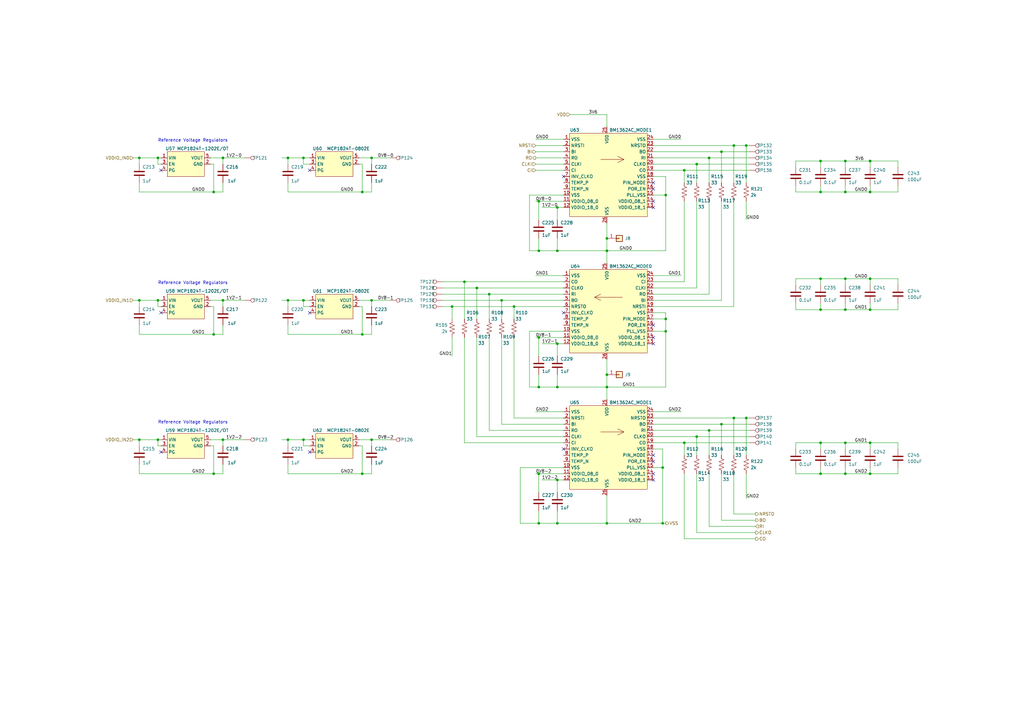
<source format=kicad_sch>
(kicad_sch (version 20231120) (generator "eeschema") (generator_version "8.0")
  (paper "A3")
  (title_block (date "2024-11-25") (rev "2"))
  (junction (at 57.15 180.34) (diameter 0.9144))
  (junction (at 220.98 194.31))
  (junction (at 220.98 82.55))
  (junction (at 280.67 181.61))
  (junction (at 118.11 123.19) (diameter 0.9144))
  (junction (at 346.71 66.04) (diameter 0.9144))
  (junction (at 228.6 85.09))
  (junction (at 346.71 114.3) (diameter 0.9144))
  (junction (at 273.05 130.81))
  (junction (at 118.11 180.34) (diameter 0.9144))
  (junction (at 273.05 135.89))
  (junction (at 300.99 59.69))
  (junction (at 336.55 181.61) (diameter 0.9144))
  (junction (at 295.91 62.23))
  (junction (at 57.15 123.19) (diameter 0.9144))
  (junction (at 87.63 194.31) (diameter 0.9144))
  (junction (at 248.92 158.75))
  (junction (at 336.55 78.74) (diameter 0.9144))
  (junction (at 64.77 123.19))
  (junction (at 195.58 118.11))
  (junction (at 300.99 171.45))
  (junction (at 271.78 191.77))
  (junction (at 228.6 196.85))
  (junction (at 228.6 158.75))
  (junction (at 271.78 214.63))
  (junction (at 228.6 214.63))
  (junction (at 118.11 64.77) (diameter 0.9144))
  (junction (at 205.74 123.19))
  (junction (at 356.87 66.04))
  (junction (at 356.87 127))
  (junction (at 285.75 67.31))
  (junction (at 346.71 194.31) (diameter 0.9144))
  (junction (at 336.55 66.04) (diameter 0.9144))
  (junction (at 220.98 214.63))
  (junction (at 190.5 115.57))
  (junction (at 280.67 69.85))
  (junction (at 148.59 137.16) (diameter 0.9144))
  (junction (at 346.71 127) (diameter 0.9144))
  (junction (at 228.6 140.97))
  (junction (at 248.92 214.63))
  (junction (at 64.77 64.77))
  (junction (at 273.05 80.01))
  (junction (at 185.42 125.73))
  (junction (at 220.98 158.75))
  (junction (at 346.71 78.74) (diameter 0.9144))
  (junction (at 124.46 123.19))
  (junction (at 290.83 64.77))
  (junction (at 336.55 114.3) (diameter 0.9144))
  (junction (at 295.91 173.99))
  (junction (at 336.55 194.31) (diameter 0.9144))
  (junction (at 290.83 176.53))
  (junction (at 285.75 179.07))
  (junction (at 356.87 181.61))
  (junction (at 248.92 97.79))
  (junction (at 91.44 123.19) (diameter 0.9144))
  (junction (at 124.46 64.77))
  (junction (at 220.98 138.43))
  (junction (at 124.46 180.34))
  (junction (at 336.55 127) (diameter 0.9144))
  (junction (at 148.59 194.31) (diameter 0.9144))
  (junction (at 152.4 64.77) (diameter 0.9144))
  (junction (at 248.92 153.67))
  (junction (at 210.82 125.73))
  (junction (at 220.98 102.87))
  (junction (at 91.44 64.77) (diameter 0.9144))
  (junction (at 306.07 171.45))
  (junction (at 356.87 194.31))
  (junction (at 356.87 78.74))
  (junction (at 306.07 59.69))
  (junction (at 152.4 123.19) (diameter 0.9144))
  (junction (at 346.71 181.61) (diameter 0.9144))
  (junction (at 87.63 137.16) (diameter 0.9144))
  (junction (at 356.87 114.3))
  (junction (at 152.4 180.34) (diameter 0.9144))
  (junction (at 64.77 180.34))
  (junction (at 200.66 120.65))
  (junction (at 57.15 64.77) (diameter 0.9144))
  (junction (at 148.59 78.74) (diameter 0.9144))
  (junction (at 228.6 102.87))
  (junction (at 248.92 102.87))
  (junction (at 91.44 180.34) (diameter 0.9144))
  (junction (at 87.63 78.74) (diameter 0.9144))
  (no_connect (at 127 185.42))
  (no_connect (at 267.97 189.23))
  (no_connect (at 127 128.27))
  (no_connect (at 127 69.85))
  (no_connect (at 267.97 196.85))
  (no_connect (at 267.97 85.09))
  (no_connect (at 231.14 184.15))
  (no_connect (at 66.04 128.27))
  (no_connect (at 267.97 140.97))
  (no_connect (at 231.14 128.27))
  (no_connect (at 267.97 194.31))
  (no_connect (at 267.97 77.47))
  (no_connect (at 267.97 186.69))
  (no_connect (at 267.97 82.55))
  (no_connect (at 267.97 133.35))
  (no_connect (at 66.04 69.85))
  (no_connect (at 267.97 74.93))
  (no_connect (at 66.04 185.42))
  (no_connect (at 231.14 72.39))
  (no_connect (at 267.97 138.43))
  (wire (pts (xy 124.46 182.88) (xy 124.46 180.34)))
  (wire (pts (xy 280.67 69.85) (xy 280.67 74.93)))
  (wire (pts (xy 64.77 180.34) (xy 66.04 180.34)))
  (wire (pts (xy 306.07 171.45) (xy 300.99 171.45)))
  (wire (pts (xy 220.98 209.55) (xy 220.98 214.63)))
  (wire (pts (xy 210.82 125.73) (xy 231.14 125.73)))
  (wire (pts (xy 368.3 116.84) (xy 368.3 114.3)))
  (wire (pts (xy 91.44 123.19) (xy 100.33 123.19)))
  (wire (pts (xy 205.74 173.99) (xy 231.14 173.99)))
  (wire (pts (xy 290.83 82.55) (xy 290.83 120.65)))
  (wire (pts (xy 219.71 57.15) (xy 231.14 57.15)))
  (wire (pts (xy 57.15 133.35) (xy 57.15 137.16)))
  (wire (pts (xy 219.71 59.69) (xy 231.14 59.69)))
  (wire (pts (xy 91.44 74.93) (xy 91.44 78.74)))
  (wire (pts (xy 267.97 176.53) (xy 290.83 176.53)))
  (wire (pts (xy 326.39 66.04) (xy 336.55 66.04)))
  (wire (pts (xy 91.44 180.34) (xy 91.44 182.88)))
  (wire (pts (xy 336.55 194.31) (xy 346.71 194.31)))
  (wire (pts (xy 91.44 64.77) (xy 91.44 67.31)))
  (wire (pts (xy 86.36 180.34) (xy 91.44 180.34)))
  (wire (pts (xy 273.05 72.39) (xy 267.97 72.39)))
  (wire (pts (xy 148.59 78.74) (xy 118.11 78.74)))
  (wire (pts (xy 290.83 215.9) (xy 309.88 215.9)))
  (wire (pts (xy 152.4 64.77) (xy 160.02 64.77)))
  (wire (pts (xy 124.46 64.77) (xy 127 64.77)))
  (wire (pts (xy 346.71 124.46) (xy 346.71 127)))
  (wire (pts (xy 336.55 124.46) (xy 336.55 127)))
  (wire (pts (xy 267.97 173.99) (xy 295.91 173.99)))
  (wire (pts (xy 271.78 214.63) (xy 248.92 214.63)))
  (wire (pts (xy 300.99 59.69) (xy 300.99 74.93)))
  (wire (pts (xy 368.3 76.2) (xy 368.3 78.74)))
  (wire (pts (xy 185.42 138.43) (xy 185.42 146.05)))
  (wire (pts (xy 273.05 102.87) (xy 273.05 80.01)))
  (wire (pts (xy 220.98 214.63) (xy 228.6 214.63)))
  (wire (pts (xy 336.55 127) (xy 326.39 127)))
  (wire (pts (xy 231.14 123.19) (xy 205.74 123.19)))
  (wire (pts (xy 222.25 140.97) (xy 228.6 140.97)))
  (wire (pts (xy 285.75 67.31) (xy 307.34 67.31)))
  (wire (pts (xy 213.36 214.63) (xy 220.98 214.63)))
  (wire (pts (xy 220.98 82.55) (xy 220.98 90.17)))
  (wire (pts (xy 306.07 194.31) (xy 306.07 204.47)))
  (wire (pts (xy 228.6 196.85) (xy 228.6 201.93)))
  (wire (pts (xy 124.46 180.34) (xy 127 180.34)))
  (wire (pts (xy 326.39 116.84) (xy 326.39 114.3)))
  (wire (pts (xy 148.59 67.31) (xy 147.32 67.31)))
  (wire (pts (xy 91.44 190.5) (xy 91.44 194.31)))
  (wire (pts (xy 273.05 130.81) (xy 273.05 128.27)))
  (wire (pts (xy 306.07 59.69) (xy 300.99 59.69)))
  (wire (pts (xy 64.77 182.88) (xy 66.04 182.88)))
  (wire (pts (xy 210.82 171.45) (xy 210.82 138.43)))
  (wire (pts (xy 219.71 67.31) (xy 231.14 67.31)))
  (wire (pts (xy 181.61 123.19) (xy 205.74 123.19)))
  (wire (pts (xy 57.15 74.93) (xy 57.15 78.74)))
  (wire (pts (xy 147.32 180.34) (xy 152.4 180.34)))
  (wire (pts (xy 118.11 64.77) (xy 124.46 64.77)))
  (wire (pts (xy 300.99 171.45) (xy 267.97 171.45)))
  (wire (pts (xy 356.87 78.74) (xy 346.71 78.74)))
  (wire (pts (xy 356.87 194.31) (xy 368.3 194.31)))
  (wire (pts (xy 285.75 67.31) (xy 285.75 74.93)))
  (wire (pts (xy 195.58 118.11) (xy 231.14 118.11)))
  (wire (pts (xy 356.87 66.04) (xy 368.3 66.04)))
  (wire (pts (xy 306.07 171.45) (xy 306.07 186.69)))
  (wire (pts (xy 64.77 125.73) (xy 64.77 123.19)))
  (wire (pts (xy 152.4 180.34) (xy 160.02 180.34)))
  (wire (pts (xy 118.11 123.19) (xy 118.11 125.73)))
  (wire (pts (xy 336.55 78.74) (xy 346.71 78.74)))
  (wire (pts (xy 267.97 64.77) (xy 290.83 64.77)))
  (wire (pts (xy 368.3 68.58) (xy 368.3 66.04)))
  (wire (pts (xy 219.71 82.55) (xy 220.98 82.55)))
  (wire (pts (xy 285.75 179.07) (xy 267.97 179.07)))
  (wire (pts (xy 306.07 59.69) (xy 306.07 74.93)))
  (wire (pts (xy 336.55 181.61) (xy 346.71 181.61)))
  (wire (pts (xy 248.92 102.87) (xy 273.05 102.87)))
  (wire (pts (xy 307.34 171.45) (xy 306.07 171.45)))
  (wire (pts (xy 346.71 66.04) (xy 356.87 66.04)))
  (wire (pts (xy 152.4 180.34) (xy 152.4 182.88)))
  (wire (pts (xy 57.15 137.16) (xy 87.63 137.16)))
  (wire (pts (xy 356.87 181.61) (xy 368.3 181.61)))
  (wire (pts (xy 295.91 82.55) (xy 295.91 123.19)))
  (wire (pts (xy 220.98 82.55) (xy 231.14 82.55)))
  (wire (pts (xy 86.36 123.19) (xy 91.44 123.19)))
  (wire (pts (xy 210.82 130.81) (xy 210.82 125.73)))
  (wire (pts (xy 326.39 191.77) (xy 326.39 194.31)))
  (wire (pts (xy 118.11 180.34) (xy 124.46 180.34)))
  (wire (pts (xy 356.87 191.77) (xy 356.87 194.31)))
  (wire (pts (xy 267.97 62.23) (xy 295.91 62.23)))
  (wire (pts (xy 219.71 113.03) (xy 231.14 113.03)))
  (wire (pts (xy 219.71 168.91) (xy 231.14 168.91)))
  (wire (pts (xy 326.39 124.46) (xy 326.39 127)))
  (wire (pts (xy 346.71 184.15) (xy 346.71 181.61)))
  (wire (pts (xy 219.71 64.77) (xy 231.14 64.77)))
  (wire (pts (xy 248.92 102.87) (xy 248.92 107.95)))
  (wire (pts (xy 326.39 76.2) (xy 326.39 78.74)))
  (wire (pts (xy 267.97 125.73) (xy 300.99 125.73)))
  (wire (pts (xy 87.63 125.73) (xy 86.36 125.73)))
  (wire (pts (xy 87.63 125.73) (xy 87.63 137.16)))
  (wire (pts (xy 300.99 210.82) (xy 309.88 210.82)))
  (wire (pts (xy 300.99 171.45) (xy 300.99 186.69)))
  (wire (pts (xy 228.6 209.55) (xy 228.6 214.63)))
  (wire (pts (xy 231.14 115.57) (xy 190.5 115.57)))
  (wire (pts (xy 336.55 194.31) (xy 326.39 194.31)))
  (wire (pts (xy 148.59 67.31) (xy 148.59 78.74)))
  (wire (pts (xy 336.55 116.84) (xy 336.55 114.3)))
  (wire (pts (xy 152.4 74.93) (xy 152.4 78.74)))
  (wire (pts (xy 57.15 190.5) (xy 57.15 194.31)))
  (wire (pts (xy 181.61 120.65) (xy 200.66 120.65)))
  (wire (pts (xy 115.57 64.77) (xy 118.11 64.77)))
  (wire (pts (xy 368.3 124.46) (xy 368.3 127)))
  (wire (pts (xy 115.57 180.34) (xy 118.11 180.34)))
  (wire (pts (xy 231.14 135.89) (xy 217.17 135.89)))
  (wire (pts (xy 190.5 115.57) (xy 190.5 130.81)))
  (wire (pts (xy 57.15 64.77) (xy 64.77 64.77)))
  (wire (pts (xy 336.55 78.74) (xy 326.39 78.74)))
  (wire (pts (xy 295.91 194.31) (xy 295.91 213.36)))
  (wire (pts (xy 124.46 182.88) (xy 127 182.88)))
  (wire (pts (xy 346.71 181.61) (xy 356.87 181.61)))
  (wire (pts (xy 280.67 181.61) (xy 280.67 186.69)))
  (wire (pts (xy 152.4 64.77) (xy 152.4 67.31)))
  (wire (pts (xy 368.3 184.15) (xy 368.3 181.61)))
  (wire (pts (xy 148.59 194.31) (xy 118.11 194.31)))
  (wire (pts (xy 267.97 57.15) (xy 279.4 57.15)))
  (wire (pts (xy 356.87 194.31) (xy 346.71 194.31)))
  (wire (pts (xy 57.15 123.19) (xy 64.77 123.19)))
  (wire (pts (xy 336.55 191.77) (xy 336.55 194.31)))
  (wire (pts (xy 273.05 135.89) (xy 273.05 130.81)))
  (wire (pts (xy 326.39 181.61) (xy 336.55 181.61)))
  (wire (pts (xy 300.99 82.55) (xy 300.99 125.73)))
  (wire (pts (xy 87.63 182.88) (xy 86.36 182.88)))
  (wire (pts (xy 152.4 137.16) (xy 148.59 137.16)))
  (wire (pts (xy 231.14 179.07) (xy 195.58 179.07)))
  (wire (pts (xy 152.4 123.19) (xy 160.02 123.19)))
  (wire (pts (xy 307.34 59.69) (xy 306.07 59.69)))
  (wire (pts (xy 248.92 91.44) (xy 248.92 97.79)))
  (wire (pts (xy 220.98 138.43) (xy 231.14 138.43)))
  (wire (pts (xy 220.98 138.43) (xy 220.98 146.05)))
  (wire (pts (xy 267.97 130.81) (xy 273.05 130.81)))
  (wire (pts (xy 336.55 184.15) (xy 336.55 181.61)))
  (wire (pts (xy 228.6 85.09) (xy 231.14 85.09)))
  (wire (pts (xy 346.71 114.3) (xy 356.87 114.3)))
  (wire (pts (xy 295.91 62.23) (xy 307.34 62.23)))
  (wire (pts (xy 346.71 76.2) (xy 346.71 78.74)))
  (wire (pts (xy 356.87 68.58) (xy 356.87 66.04)))
  (wire (pts (xy 152.4 123.19) (xy 152.4 125.73)))
  (wire (pts (xy 336.55 76.2) (xy 336.55 78.74)))
  (wire (pts (xy 267.97 80.01) (xy 273.05 80.01)))
  (wire (pts (xy 87.63 67.31) (xy 86.36 67.31)))
  (wire (pts (xy 91.44 64.77) (xy 100.33 64.77)))
  (wire (pts (xy 87.63 182.88) (xy 87.63 194.31)))
  (wire (pts (xy 271.78 191.77) (xy 271.78 214.63)))
  (wire (pts (xy 86.36 64.77) (xy 91.44 64.77)))
  (wire (pts (xy 220.98 102.87) (xy 228.6 102.87)))
  (wire (pts (xy 368.3 191.77) (xy 368.3 194.31)))
  (wire (pts (xy 228.6 140.97) (xy 228.6 146.05)))
  (wire (pts (xy 279.4 168.91) (xy 267.97 168.91)))
  (wire (pts (xy 295.91 62.23) (xy 295.91 74.93)))
  (wire (pts (xy 267.97 135.89) (xy 273.05 135.89)))
  (wire (pts (xy 228.6 85.09) (xy 228.6 90.17)))
  (wire (pts (xy 148.59 137.16) (xy 118.11 137.16)))
  (wire (pts (xy 326.39 184.15) (xy 326.39 181.61)))
  (wire (pts (xy 124.46 125.73) (xy 124.46 123.19)))
  (wire (pts (xy 280.67 69.85) (xy 307.34 69.85)))
  (wire (pts (xy 271.78 214.63) (xy 273.05 214.63)))
  (wire (pts (xy 118.11 74.93) (xy 118.11 78.74)))
  (wire (pts (xy 231.14 80.01) (xy 217.17 80.01)))
  (wire (pts (xy 295.91 213.36) (xy 309.88 213.36)))
  (wire (pts (xy 152.4 194.31) (xy 148.59 194.31)))
  (wire (pts (xy 267.97 118.11) (xy 285.75 118.11)))
  (wire (pts (xy 222.25 196.85) (xy 228.6 196.85)))
  (wire (pts (xy 185.42 125.73) (xy 210.82 125.73)))
  (wire (pts (xy 118.11 133.35) (xy 118.11 137.16)))
  (wire (pts (xy 205.74 123.19) (xy 205.74 130.81)))
  (wire (pts (xy 148.59 182.88) (xy 148.59 194.31)))
  (wire (pts (xy 326.39 114.3) (xy 336.55 114.3)))
  (wire (pts (xy 290.83 176.53) (xy 307.34 176.53)))
  (wire (pts (xy 64.77 64.77) (xy 66.04 64.77)))
  (wire (pts (xy 152.4 190.5) (xy 152.4 194.31)))
  (wire (pts (xy 64.77 125.73) (xy 66.04 125.73)))
  (wire (pts (xy 217.17 80.01) (xy 217.17 102.87)))
  (wire (pts (xy 228.6 102.87) (xy 248.92 102.87)))
  (wire (pts (xy 219.71 194.31) (xy 220.98 194.31)))
  (wire (pts (xy 267.97 181.61) (xy 280.67 181.61)))
  (wire (pts (xy 273.05 128.27) (xy 267.97 128.27)))
  (wire (pts (xy 190.5 181.61) (xy 231.14 181.61)))
  (wire (pts (xy 248.92 214.63) (xy 228.6 214.63)))
  (wire (pts (xy 336.55 114.3) (xy 346.71 114.3)))
  (wire (pts (xy 290.83 64.77) (xy 307.34 64.77)))
  (wire (pts (xy 91.44 194.31) (xy 87.63 194.31)))
  (wire (pts (xy 233.68 46.99) (xy 248.92 46.99)))
  (wire (pts (xy 220.98 153.67) (xy 220.98 158.75)))
  (wire (pts (xy 356.87 127) (xy 346.71 127)))
  (wire (pts (xy 64.77 67.31) (xy 64.77 64.77)))
  (wire (pts (xy 220.98 97.79) (xy 220.98 102.87)))
  (wire (pts (xy 346.71 116.84) (xy 346.71 114.3)))
  (wire (pts (xy 118.11 190.5) (xy 118.11 194.31)))
  (wire (pts (xy 57.15 180.34) (xy 57.15 182.88)))
  (wire (pts (xy 285.75 218.44) (xy 309.88 218.44)))
  (wire (pts (xy 64.77 123.19) (xy 66.04 123.19)))
  (wire (pts (xy 346.71 68.58) (xy 346.71 66.04)))
  (wire (pts (xy 267.97 69.85) (xy 280.67 69.85)))
  (wire (pts (xy 248.92 203.2) (xy 248.92 214.63)))
  (wire (pts (xy 290.83 176.53) (xy 290.83 186.69)))
  (wire (pts (xy 57.15 180.34) (xy 64.77 180.34)))
  (wire (pts (xy 219.71 69.85) (xy 231.14 69.85)))
  (wire (pts (xy 248.92 158.75) (xy 273.05 158.75)))
  (wire (pts (xy 91.44 137.16) (xy 87.63 137.16)))
  (wire (pts (xy 356.87 184.15) (xy 356.87 181.61)))
  (wire (pts (xy 181.61 125.73) (xy 185.42 125.73)))
  (wire (pts (xy 57.15 194.31) (xy 87.63 194.31)))
  (wire (pts (xy 295.91 173.99) (xy 295.91 186.69)))
  (wire (pts (xy 356.87 78.74) (xy 368.3 78.74)))
  (wire (pts (xy 217.17 102.87) (xy 220.98 102.87)))
  (wire (pts (xy 118.11 123.19) (xy 124.46 123.19)))
  (wire (pts (xy 336.55 66.04) (xy 346.71 66.04)))
  (wire (pts (xy 280.67 181.61) (xy 307.34 181.61)))
  (wire (pts (xy 195.58 130.81) (xy 195.58 118.11)))
  (wire (pts (xy 91.44 123.19) (xy 91.44 125.73)))
  (wire (pts (xy 280.67 82.55) (xy 280.67 115.57)))
  (wire (pts (xy 152.4 78.74) (xy 148.59 78.74)))
  (wire (pts (xy 200.66 138.43) (xy 200.66 176.53)))
  (wire (pts (xy 356.87 127) (xy 368.3 127)))
  (wire (pts (xy 285.75 194.31) (xy 285.75 218.44)))
  (wire (pts (xy 279.4 113.03) (xy 267.97 113.03)))
  (wire (pts (xy 280.67 220.98) (xy 309.88 220.98)))
  (wire (pts (xy 200.66 120.65) (xy 200.66 130.81)))
  (wire (pts (xy 185.42 125.73) (xy 185.42 130.81)))
  (wire (pts (xy 148.59 182.88) (xy 147.32 182.88)))
  (wire (pts (xy 217.17 158.75) (xy 220.98 158.75)))
  (wire (pts (xy 205.74 138.43) (xy 205.74 173.99)))
  (wire (pts (xy 124.46 123.19) (xy 127 123.19)))
  (wire (pts (xy 290.83 64.77) (xy 290.83 74.93)))
  (wire (pts (xy 57.15 123.19) (xy 57.15 125.73)))
  (wire (pts (xy 228.6 153.67) (xy 228.6 158.75)))
  (wire (pts (xy 267.97 191.77) (xy 271.78 191.77)))
  (wire (pts (xy 356.87 114.3) (xy 368.3 114.3)))
  (wire (pts (xy 356.87 124.46) (xy 356.87 127)))
  (wire (pts (xy 271.78 184.15) (xy 271.78 191.77)))
  (wire (pts (xy 280.67 115.57) (xy 267.97 115.57)))
  (wire (pts (xy 356.87 116.84) (xy 356.87 114.3)))
  (wire (pts (xy 285.75 82.55) (xy 285.75 118.11)))
  (wire (pts (xy 181.61 115.57) (xy 190.5 115.57)))
  (wire (pts (xy 267.97 184.15) (xy 271.78 184.15)))
  (wire (pts (xy 290.83 120.65) (xy 267.97 120.65)))
  (wire (pts (xy 217.17 135.89) (xy 217.17 158.75)))
  (wire (pts (xy 356.87 76.2) (xy 356.87 78.74)))
  (wire (pts (xy 91.44 180.34) (xy 100.33 180.34)))
  (wire (pts (xy 148.59 125.73) (xy 148.59 137.16)))
  (wire (pts (xy 152.4 133.35) (xy 152.4 137.16)))
  (wire (pts (xy 64.77 182.88) (xy 64.77 180.34)))
  (wire (pts (xy 273.05 80.01) (xy 273.05 72.39)))
  (wire (pts (xy 248.92 147.32) (xy 248.92 153.67)))
  (wire (pts (xy 306.07 82.55) (xy 306.07 90.17)))
  (wire (pts (xy 300.99 194.31) (xy 300.99 210.82)))
  (wire (pts (xy 295.91 173.99) (xy 307.34 173.99)))
  (wire (pts (xy 248.92 52.07) (xy 248.92 46.99)))
  (wire (pts (xy 228.6 196.85) (xy 231.14 196.85)))
  (wire (pts (xy 326.39 68.58) (xy 326.39 66.04)))
  (wire (pts (xy 220.98 194.31) (xy 220.98 201.93)))
  (wire (pts (xy 147.32 64.77) (xy 152.4 64.77)))
  (wire (pts (xy 285.75 179.07) (xy 307.34 179.07)))
  (wire (pts (xy 124.46 67.31) (xy 124.46 64.77)))
  (wire (pts (xy 290.83 194.31) (xy 290.83 215.9)))
  (wire (pts (xy 91.44 133.35) (xy 91.44 137.16)))
  (wire (pts (xy 248.92 153.67) (xy 248.92 158.75)))
  (wire (pts (xy 248.92 97.79) (xy 248.92 102.87)))
  (wire (pts (xy 273.05 158.75) (xy 273.05 135.89)))
  (wire (pts (xy 285.75 179.07) (xy 285.75 186.69)))
  (wire (pts (xy 124.46 125.73) (xy 127 125.73)))
  (wire (pts (xy 222.25 85.09) (xy 228.6 85.09)))
  (wire (pts (xy 346.71 191.77) (xy 346.71 194.31)))
  (wire (pts (xy 213.36 191.77) (xy 213.36 214.63)))
  (wire (pts (xy 231.14 120.65) (xy 200.66 120.65)))
  (wire (pts (xy 220.98 194.31) (xy 231.14 194.31)))
  (wire (pts (xy 87.63 67.31) (xy 87.63 78.74)))
  (wire (pts (xy 190.5 138.43) (xy 190.5 181.61)))
  (wire (pts (xy 181.61 118.11) (xy 195.58 118.11)))
  (wire (pts (xy 64.77 67.31) (xy 66.04 67.31)))
  (wire (pts (xy 115.57 123.19) (xy 118.11 123.19)))
  (wire (pts (xy 118.11 180.34) (xy 118.11 182.88)))
  (wire (pts (xy 200.66 176.53) (xy 231.14 176.53)))
  (wire (pts (xy 54.61 123.19) (xy 57.15 123.19)))
  (wire (pts (xy 124.46 67.31) (xy 127 67.31)))
  (wire (pts (xy 220.98 158.75) (xy 228.6 158.75)))
  (wire (pts (xy 118.11 64.77) (xy 118.11 67.31)))
  (wire (pts (xy 228.6 158.75) (xy 248.92 158.75)))
  (wire (pts (xy 336.55 68.58) (xy 336.55 66.04)))
  (wire (pts (xy 54.61 64.77) (xy 57.15 64.77)))
  (wire (pts (xy 228.6 97.79) (xy 228.6 102.87)))
  (wire (pts (xy 231.14 171.45) (xy 210.82 171.45)))
  (wire (pts (xy 57.15 78.74) (xy 87.63 78.74)))
  (wire (pts (xy 336.55 127) (xy 346.71 127)))
  (wire (pts (xy 300.99 59.69) (xy 267.97 59.69)))
  (wire (pts (xy 219.71 62.23) (xy 231.14 62.23)))
  (wire (pts (xy 148.59 125.73) (xy 147.32 125.73)))
  (wire (pts (xy 195.58 179.07) (xy 195.58 138.43)))
  (wire (pts (xy 248.92 158.75) (xy 248.92 163.83)))
  (wire (pts (xy 280.67 194.31) (xy 280.67 220.98)))
  (wire (pts (xy 231.14 191.77) (xy 213.36 191.77)))
  (wire (pts (xy 147.32 123.19) (xy 152.4 123.19)))
  (wire (pts (xy 54.61 180.34) (xy 57.15 180.34)))
  (wire (pts (xy 57.15 64.77) (xy 57.15 67.31)))
  (wire (pts (xy 285.75 67.31) (xy 267.97 67.31)))
  (wire (pts (xy 91.44 78.74) (xy 87.63 78.74)))
  (wire (pts (xy 228.6 140.97) (xy 231.14 140.97)))
  (wire (pts (xy 219.71 138.43) (xy 220.98 138.43)))
  (wire (pts (xy 295.91 123.19) (xy 267.97 123.19)))
  (text "Reference Voltage Regulators" (at 64.77 58.42 0) (effects (font (size 1.27 1.27)) (justify left bottom)))
  (text "Reference Voltage Regulators" (at 64.77 173.99 0) (effects (font (size 1.27 1.27)) (justify left bottom)))
  (text "Reference Voltage Regulators" (at 64.77 116.84 0) (effects (font (size 1.27 1.27)) (justify left bottom)))
  (label "1V2-1" (at 222.25 140.97 0))
  (label "GND0" (at 350.52 114.3 0))
  (label "0V8-1" (at 154.94 123.19 0))
  (label "GND1" (at 350.52 127 0))
  (label "1V2-2" (at 92.71 180.34 0))
  (label "GND0" (at 219.71 57.15 0))
  (label "1V2-2" (at 222.25 196.85 0))
  (label "0V8-0" (at 154.94 64.77 0))
  (label "GND0" (at 139.7 78.74 0))
  (label "0V8-0" (at 219.71 82.55 0))
  (label "GND0" (at 78.74 78.74 0))
  (label "3V6" (at 354.33 66.04 180))
  (label "GND2" (at 78.74 194.31 0))
  (label "1V2-0" (at 92.71 64.77 0))
  (label "GND1" (at 255.27 158.75 0))
  (label "GND0" (at 254 102.87 0))
  (label "GND2" (at 306.07 204.47 0))
  (label "GND1" (at 279.4 113.03 180))
  (label "GND0" (at 350.52 78.74 0))
  (label "GND2" (at 219.71 168.91 0))
  (label "GND1" (at 185.42 146.05 180))
  (label "GND0" (at 306.07 90.17 0))
  (label "0V8-2" (at 154.94 180.34 0))
  (label "0V8-1" (at 219.71 138.43 0))
  (label "GND0" (at 279.4 57.15 180))
  (label "0V8-2" (at 219.71 194.31 0))
  (label "GND1" (at 350.52 181.61 0))
  (label "GND2" (at 139.7 194.31 0))
  (label "GND1" (at 139.7 137.16 0))
  (label "GND1" (at 78.74 137.16 0))
  (label "GND2" (at 257.81 214.63 0))
  (label "3V6" (at 245.11 46.99 180))
  (label "GND2" (at 279.4 168.91 180))
  (label "1V2-0" (at 222.25 85.09 0))
  (label "GND2" (at 350.52 194.31 0))
  (label "GND1" (at 219.71 113.03 0))
  (label "1V2-1" (at 92.71 123.19 0))
  (hierarchical_label "NRSTO" (shape output) (at 309.88 210.82 0))
  (hierarchical_label "CLKO" (shape output) (at 309.88 218.44 0))
  (hierarchical_label "VDDIO_IN0" (shape input) (at 54.61 64.77 180))
  (hierarchical_label "BI" (shape input) (at 219.71 62.23 180))
  (hierarchical_label "NRSTI" (shape input) (at 219.71 59.69 180))
  (hierarchical_label "VDDIO_IN1" (shape input) (at 54.61 123.19 180))
  (hierarchical_label "CLKI" (shape input) (at 219.71 67.31 180))
  (hierarchical_label "RI" (shape input) (at 309.88 215.9 0))
  (hierarchical_label "RO" (shape output) (at 219.71 64.77 180))
  (hierarchical_label "BO" (shape output) (at 309.88 213.36 0))
  (hierarchical_label "CO" (shape output) (at 309.88 220.98 0))
  (hierarchical_label "VDD" (shape input) (at 233.68 46.99 180))
  (hierarchical_label "VDDIO_IN2" (shape input) (at 54.61 180.34 180))
  (hierarchical_label "CI" (shape input) (at 219.71 69.85 180))
  (hierarchical_label "VSS" (shape output) (at 273.05 214.63 0))
  (symbol (lib_id "Device:C") (at 91.44 129.54 0) (unit 1)
    (property "Reference" "C217" (at 92.71 127.635 0) (effects (justify left bottom)))
    (property "Value" "1uF" (at 93.345 133.35 0) (effects (justify left bottom)))
    (property "Footprint" "Capacitor_SMD:C_0402_1005Metric" (effects (hide yes)))
    (property "DK" "587-5514-1-ND" (effects (hide yes)))
    (property "PARTNO" "EMK105BJ105MV-F" (effects (hide yes)))
  )
  (symbol (lib_id "Connector:TestPoint") (at 160.02 180.34 270) (mirror x) (unit 1) (in_bom no)
    (property "Reference" "TP126" (at 166.37 180.34 90))
    (property "Value" "TestPoint" (effects (hide yes)))
    (property "Footprint" "TestPoint:TestPoint_Pad_D1.5mm" (effects (hide yes)))
  )
  (symbol (lib_id "Device:C") (at 368.3 187.96 0) (unit 1)
    (property "Reference" "C245" (at 372.11 186.6899 0) (effects (justify left)))
    (property "Value" "100uF" (at 372.11 189.2299 0) (effects (justify left)))
    (property "Footprint" "Capacitor_SMD:C_1206_3216Metric" (effects (hide yes)))
    (property "Description" "Unpolarized capacitor" (effects (hide yes)))
    (property "DK" "1276-1782-1-ND" (effects (hide yes)))
    (property "PARTNO" "CL31A107MQHNNNE" (effects (hide yes)))
  )
  (symbol (lib_id "Connector:TestPoint") (at 160.02 123.19 270) (mirror x) (unit 1) (in_bom no)
    (property "Reference" "TP125" (at 166.37 123.19 90))
    (property "Value" "TestPoint" (effects (hide yes)))
    (property "Footprint" "TestPoint:TestPoint_Pad_D1.5mm" (effects (hide yes)))
  )
  (symbol (lib_id "Device:C") (at 57.15 129.54 0) (unit 1)
    (property "Reference" "C214" (at 58.42 127.635 0) (effects (justify left bottom)))
    (property "Value" "1uF" (at 58.42 133.35 0) (effects (justify left bottom)))
    (property "Footprint" "Capacitor_SMD:C_0402_1005Metric" (effects (hide yes)))
    (property "DK" "587-5514-1-ND" (effects (hide yes)))
    (property "PARTNO" "EMK105BJ105MV-F" (effects (hide yes)))
  )
  (symbol (lib_name "MCP1824_1") (lib_id "bitaxe:MCP1824") (at 137.16 181.61 0) (unit 1)
    (property "Reference" "U62" (at 130.175 176.53 0))
    (property "Value" "MCP1824T-0802E" (at 142.875 176.53 0))
    (property "Footprint" "Package_TO_SOT_SMD:SOT-23-5" (effects (hide yes)))
    (property "Datasheet" "https://ww1.microchip.com/downloads/en/DeviceDoc/22070a.pdf" (effects (hide yes)))
    (property "PARTNO" "MCP1824T-0802E/OT" (effects (hide yes)))
    (property "DK" "MCP1824T-0802E/OTCT-ND" (effects (hide yes)))
  )
  (symbol (lib_name "MCP1824_1") (lib_id "bitaxe:MCP1824") (at 137.16 124.46 0) (unit 1)
    (property "Reference" "U61" (at 130.175 119.38 0))
    (property "Value" "MCP1824T-0802E" (at 142.875 119.38 0))
    (property "Footprint" "Package_TO_SOT_SMD:SOT-23-5" (effects (hide yes)))
    (property "Datasheet" "https://ww1.microchip.com/downloads/en/DeviceDoc/22070a.pdf" (effects (hide yes)))
    (property "PARTNO" "MCP1824T-0802E/OT" (effects (hide yes)))
    (property "DK" "MCP1824T-0802E/OTCT-ND" (effects (hide yes)))
  )
  (symbol (lib_id "Connector:TestPoint") (at 307.34 59.69 270) (unit 1) (in_bom no)
    (property "Reference" "TP132" (at 313.69 59.69 90))
    (property "Value" "TestPoint" (effects (hide yes)))
    (property "Footprint" "TestPoint:TestPoint_Pad_D1.5mm" (effects (hide yes)))
  )
  (symbol (lib_id "Connector:TestPoint") (at 181.61 115.57 90) (mirror x) (unit 1) (in_bom no)
    (property "Reference" "TP127" (at 175.26 115.57 90))
    (property "Value" "TestPoint" (effects (hide yes)))
    (property "Footprint" "TestPoint:TestPoint_Pad_D1.5mm" (effects (hide yes)))
  )
  (symbol (lib_id "Device:R_US") (at 285.75 78.74 0) (unit 1)
    (property "Reference" "R113" (at 286.258 82.296 0) (effects (justify left)))
    (property "Value" "33" (at 286.258 84.836 0) (effects (justify left)))
    (property "Footprint" "Resistor_SMD:R_0402_1005Metric" (effects (hide yes)))
    (property "Description" "Resistor, US symbol" (effects (hide yes)))
  )
  (symbol (lib_id "Connector:TestPoint") (at 307.34 69.85 270) (unit 1) (in_bom no)
    (property "Reference" "TP136" (at 313.69 69.85 90))
    (property "Value" "TestPoint" (effects (hide yes)))
    (property "Footprint" "TestPoint:TestPoint_Pad_D1.5mm" (effects (hide yes)))
  )
  (symbol (lib_id "Device:C") (at 346.71 72.39 0) (unit 1)
    (property "Reference" "C237" (at 347.98 70.485 0) (effects (justify left bottom)))
    (property "Value" "1uF" (at 347.98 75.565 0) (effects (justify left bottom)))
    (property "Footprint" "Capacitor_SMD:C_0402_1005Metric" (effects (hide yes)))
    (property "DK" "587-5514-1-ND" (effects (hide yes)))
    (property "PARTNO" "EMK105BJ105MV-F" (effects (hide yes)))
  )
  (symbol (lib_id "Device:C") (at 152.4 129.54 0) (unit 1)
    (property "Reference" "C223" (at 153.67 127.635 0) (effects (justify left bottom)))
    (property "Value" "1uF" (at 153.67 133.35 0) (effects (justify left bottom)))
    (property "Footprint" "Capacitor_SMD:C_0402_1005Metric" (effects (hide yes)))
    (property "DK" "587-5514-1-ND" (effects (hide yes)))
    (property "PARTNO" "EMK105BJ105MV-F" (effects (hide yes)))
  )
  (symbol (lib_id "Device:R_US") (at 300.99 78.74 0) (unit 1)
    (property "Reference" "R119" (at 301.498 72.39 0) (effects (justify left)))
    (property "Value" "33" (at 301.498 74.93 0) (effects (justify left)))
    (property "Footprint" "Resistor_SMD:R_0402_1005Metric" (effects (hide yes)))
    (property "Description" "Resistor, US symbol" (effects (hide yes)))
  )
  (symbol (lib_id "Connector:TestPoint") (at 307.34 171.45 270) (unit 1) (in_bom no)
    (property "Reference" "TP137" (at 313.69 171.45 90))
    (property "Value" "TestPoint" (effects (hide yes)))
    (property "Footprint" "TestPoint:TestPoint_Pad_D1.5mm" (effects (hide yes)))
  )
  (symbol (lib_id "Device:R_US") (at 210.82 134.62 0) (unit 1)
    (property "Reference" "R110" (at 211.328 128.27 0) (effects (justify left)))
    (property "Value" "33" (at 211.328 130.81 0) (effects (justify left)))
    (property "Footprint" "Resistor_SMD:R_0402_1005Metric" (effects (hide yes)))
    (property "Description" "Resistor, US symbol" (effects (hide yes)))
  )
  (symbol (lib_id "Device:C") (at 118.11 186.69 0) (unit 1)
    (property "Reference" "C221" (at 119.38 184.785 0) (effects (justify left bottom)))
    (property "Value" "1uF" (at 119.38 190.5 0) (effects (justify left bottom)))
    (property "Footprint" "Capacitor_SMD:C_0402_1005Metric" (effects (hide yes)))
    (property "DK" "587-5514-1-ND" (effects (hide yes)))
    (property "PARTNO" "EMK105BJ105MV-F" (effects (hide yes)))
  )
  (symbol (lib_id "Connector_Generic:Conn_01x01") (at 254 97.79 0) (unit 1)
    (property "Reference" "J8" (at 256.286 97.79 0) (effects (justify left)))
    (property "Value" "Conn_01x01" (effects (hide yes)))
    (property "Footprint" "emberone:5x9_powertab" (effects (hide yes)))
    (property "Description" "powertab" (effects (hide yes)))
  )
  (symbol (lib_id "Connector:TestPoint") (at 307.34 62.23 270) (unit 1) (in_bom no)
    (property "Reference" "TP133" (at 313.69 62.23 90))
    (property "Value" "TestPoint" (effects (hide yes)))
    (property "Footprint" "TestPoint:TestPoint_Pad_D1.5mm" (effects (hide yes)))
  )
  (symbol (lib_id "Device:R_US") (at 285.75 190.5 0) (unit 1)
    (property "Reference" "R114" (at 286.258 194.056 0) (effects (justify left)))
    (property "Value" "33" (at 286.258 196.596 0) (effects (justify left)))
    (property "Footprint" "Resistor_SMD:R_0402_1005Metric" (effects (hide yes)))
    (property "Description" "Resistor, US symbol" (effects (hide yes)))
  )
  (symbol (lib_id "Device:C") (at 118.11 129.54 0) (unit 1)
    (property "Reference" "C220" (at 119.38 127.635 0) (effects (justify left bottom)))
    (property "Value" "1uF" (at 119.38 133.35 0) (effects (justify left bottom)))
    (property "Footprint" "Capacitor_SMD:C_0402_1005Metric" (effects (hide yes)))
    (property "DK" "587-5514-1-ND" (effects (hide yes)))
    (property "PARTNO" "EMK105BJ105MV-F" (effects (hide yes)))
  )
  (symbol (lib_id "emberone:BM1362AC_MODE1") (at 248.92 71.12 0) (unit 1)
    (property "Reference" "U63" (at 233.68 53.34 0) (effects (justify left)))
    (property "Value" "BM1362AC_MODE1" (at 249.936 53.34 0) (effects (justify left)))
    (property "Footprint" "emberone:BM1362AC" (effects (hide yes)))
  )
  (symbol (lib_id "bitaxe:MCP1824") (at 76.2 66.04 0) (unit 1)
    (property "Reference" "U57" (at 69.85 60.96 0))
    (property "Value" "MCP1824T-1202E/OT" (at 83.185 60.96 0))
    (property "Footprint" "Package_TO_SOT_SMD:SOT-23-5" (effects (hide yes)))
    (property "Datasheet" "https://ww1.microchip.com/downloads/en/DeviceDoc/22070a.pdf" (effects (hide yes)))
    (property "PARTNO" "MCP1824T-1202E/OT" (effects (hide yes)))
    (property "DK" "MCP1824T-1202E/OTCT-ND" (effects (hide yes)))
  )
  (symbol (lib_id "Device:R_US") (at 280.67 190.5 0) (unit 1)
    (property "Reference" "R112" (at 281.432 184.15 0) (effects (justify left)))
    (property "Value" "33" (at 281.432 186.69 0) (effects (justify left)))
    (property "Footprint" "Resistor_SMD:R_0402_1005Metric" (effects (hide yes)))
    (property "Description" "Resistor, US symbol" (effects (hide yes)))
  )
  (symbol (lib_id "bitaxe:MCP1824") (at 76.2 181.61 0) (unit 1)
    (property "Reference" "U59" (at 69.85 176.53 0))
    (property "Value" "MCP1824T-1202E/OT" (at 83.185 176.53 0))
    (property "Footprint" "Package_TO_SOT_SMD:SOT-23-5" (effects (hide yes)))
    (property "Datasheet" "https://ww1.microchip.com/downloads/en/DeviceDoc/22070a.pdf" (effects (hide yes)))
    (property "PARTNO" "MCP1824T-1202E/OT" (effects (hide yes)))
    (property "DK" "MCP1824T-1202E/OTCT-ND" (effects (hide yes)))
  )
  (symbol (lib_id "Device:C") (at 336.55 72.39 0) (unit 1)
    (property "Reference" "C234" (at 337.82 70.485 0) (effects (justify left bottom)))
    (property "Value" "0.1uF" (at 337.82 75.565 0) (effects (justify left bottom)))
    (property "Footprint" "Capacitor_SMD:C_0402_1005Metric" (effects (hide yes)))
    (property "DK" "1276-1234-1-ND" (effects (hide yes)))
    (property "PARTNO" "CL05A104KO5NNNC" (effects (hide yes)))
  )
  (symbol (lib_id "Connector_Generic:Conn_01x01") (at 254 153.67 0) (unit 1)
    (property "Reference" "J9" (at 256.286 153.67 0) (effects (justify left)))
    (property "Value" "Conn_01x01" (effects (hide yes)))
    (property "Footprint" "emberone:5x9_powertab" (effects (hide yes)))
    (property "Description" "powertab" (effects (hide yes)))
  )
  (symbol (lib_id "Connector:TestPoint") (at 307.34 64.77 270) (unit 1) (in_bom no)
    (property "Reference" "TP134" (at 313.69 64.77 90))
    (property "Value" "TestPoint" (effects (hide yes)))
    (property "Footprint" "TestPoint:TestPoint_Pad_D1.5mm" (effects (hide yes)))
  )
  (symbol (lib_id "Connector:TestPoint") (at 307.34 176.53 270) (unit 1) (in_bom no)
    (property "Reference" "TP139" (at 313.69 176.53 90))
    (property "Value" "TestPoint" (effects (hide yes)))
    (property "Footprint" "TestPoint:TestPoint_Pad_D1.5mm" (effects (hide yes)))
  )
  (symbol (lib_id "Device:C") (at 326.39 187.96 0) (unit 1)
    (property "Reference" "C233" (at 327.66 186.055 0) (effects (justify left bottom)))
    (property "Value" "0.1uF" (at 327.66 191.135 0) (effects (justify left bottom)))
    (property "Footprint" "Capacitor_SMD:C_0402_1005Metric" (effects (hide yes)))
    (property "DK" "1276-1234-1-ND" (effects (hide yes)))
    (property "PARTNO" "CL05A104KO5NNNC" (effects (hide yes)))
  )
  (symbol (lib_id "Connector:TestPoint") (at 307.34 179.07 270) (unit 1) (in_bom no)
    (property "Reference" "TP140" (at 313.69 179.07 90))
    (property "Value" "TestPoint" (effects (hide yes)))
    (property "Footprint" "TestPoint:TestPoint_Pad_D1.5mm" (effects (hide yes)))
  )
  (symbol (lib_id "Device:C") (at 91.44 71.12 0) (unit 1)
    (property "Reference" "C216" (at 92.71 69.215 0) (effects (justify left bottom)))
    (property "Value" "1uF" (at 93.345 74.93 0) (effects (justify left bottom)))
    (property "Footprint" "Capacitor_SMD:C_0402_1005Metric" (effects (hide yes)))
    (property "DK" "587-5514-1-ND" (effects (hide yes)))
    (property "PARTNO" "EMK105BJ105MV-F" (effects (hide yes)))
  )
  (symbol (lib_id "Device:R_US") (at 306.07 78.74 0) (unit 1)
    (property "Reference" "R121" (at 307.848 77.47 0) (effects (justify left)))
    (property "Value" "2k" (at 307.848 80.01 0) (effects (justify left)))
    (property "Footprint" "Resistor_SMD:R_0402_1005Metric" (effects (hide yes)))
    (property "Description" "Resistor, US symbol" (effects (hide yes)))
  )
  (symbol (lib_id "Device:C") (at 57.15 71.12 0) (unit 1)
    (property "Reference" "C213" (at 58.42 69.215 0) (effects (justify left bottom)))
    (property "Value" "1uF" (at 58.42 74.93 0) (effects (justify left bottom)))
    (property "Footprint" "Capacitor_SMD:C_0402_1005Metric" (effects (hide yes)))
    (property "DK" "587-5514-1-ND" (effects (hide yes)))
    (property "PARTNO" "EMK105BJ105MV-F" (effects (hide yes)))
  )
  (symbol (lib_id "Device:C") (at 356.87 120.65 0) (unit 1)
    (property "Reference" "C241" (at 358.14 118.745 0) (effects (justify left bottom)))
    (property "Value" "1uF" (at 358.14 123.825 0) (effects (justify left bottom)))
    (property "Footprint" "Capacitor_SMD:C_0402_1005Metric" (effects (hide yes)))
    (property "DK" "587-5514-1-ND" (effects (hide yes)))
    (property "PARTNO" "EMK105BJ105MV-F" (effects (hide yes)))
  )
  (symbol (lib_id "Device:C") (at 152.4 71.12 0) (unit 1)
    (property "Reference" "C222" (at 153.67 69.215 0) (effects (justify left bottom)))
    (property "Value" "1uF" (at 153.67 74.93 0) (effects (justify left bottom)))
    (property "Footprint" "Capacitor_SMD:C_0402_1005Metric" (effects (hide yes)))
    (property "DK" "587-5514-1-ND" (effects (hide yes)))
    (property "PARTNO" "EMK105BJ105MV-F" (effects (hide yes)))
  )
  (symbol (lib_id "Device:C") (at 228.6 205.74 0) (unit 1)
    (property "Reference" "C230" (at 229.87 203.835 0) (effects (justify left bottom)))
    (property "Value" "1uF" (at 229.87 208.915 0) (effects (justify left bottom)))
    (property "Footprint" "Capacitor_SMD:C_0402_1005Metric" (effects (hide yes)))
    (property "DK" "587-5514-1-ND" (effects (hide yes)))
    (property "PARTNO" "EMK105BJ105MV-F" (effects (hide yes)))
  )
  (symbol (lib_id "Connector:TestPoint") (at 100.33 123.19 270) (mirror x) (unit 1) (in_bom no)
    (property "Reference" "TP122" (at 106.68 123.19 90))
    (property "Value" "TestPoint" (effects (hide yes)))
    (property "Footprint" "TestPoint:TestPoint_Pad_D1.5mm" (effects (hide yes)))
  )
  (symbol (lib_id "Connector:TestPoint") (at 307.34 173.99 270) (unit 1) (in_bom no)
    (property "Reference" "TP138" (at 313.69 173.99 90))
    (property "Value" "TestPoint" (effects (hide yes)))
    (property "Footprint" "TestPoint:TestPoint_Pad_D1.5mm" (effects (hide yes)))
  )
  (symbol (lib_id "Device:R_US") (at 300.99 190.5 0) (unit 1)
    (property "Reference" "R120" (at 301.498 184.15 0) (effects (justify left)))
    (property "Value" "33" (at 301.498 186.69 0) (effects (justify left)))
    (property "Footprint" "Resistor_SMD:R_0402_1005Metric" (effects (hide yes)))
    (property "Description" "Resistor, US symbol" (effects (hide yes)))
  )
  (symbol (lib_id "Connector:TestPoint") (at 307.34 67.31 270) (unit 1) (in_bom no)
    (property "Reference" "TP135" (at 313.69 67.31 90))
    (property "Value" "TestPoint" (effects (hide yes)))
    (property "Footprint" "TestPoint:TestPoint_Pad_D1.5mm" (effects (hide yes)))
  )
  (symbol (lib_id "Device:C") (at 368.3 120.65 0) (unit 1)
    (property "Reference" "C244" (at 372.11 119.3799 0) (effects (justify left)))
    (property "Value" "100uF" (at 372.11 121.9199 0) (effects (justify left)))
    (property "Footprint" "Capacitor_SMD:C_1206_3216Metric" (effects (hide yes)))
    (property "Description" "Unpolarized capacitor" (effects (hide yes)))
    (property "DK" "1276-1782-1-ND" (effects (hide yes)))
    (property "PARTNO" "CL31A107MQHNNNE" (effects (hide yes)))
  )
  (symbol (lib_id "Device:R_US") (at 290.83 190.5 0) (unit 1)
    (property "Reference" "R116" (at 291.592 184.15 0) (effects (justify left)))
    (property "Value" "33" (at 291.592 186.69 0) (effects (justify left)))
    (property "Footprint" "Resistor_SMD:R_0402_1005Metric" (effects (hide yes)))
    (property "Description" "Resistor, US symbol" (effects (hide yes)))
  )
  (symbol (lib_id "Device:C") (at 346.71 120.65 0) (unit 1)
    (property "Reference" "C238" (at 347.98 118.745 0) (effects (justify left bottom)))
    (property "Value" "1uF" (at 347.98 123.825 0) (effects (justify left bottom)))
    (property "Footprint" "Capacitor_SMD:C_0402_1005Metric" (effects (hide yes)))
    (property "DK" "587-5514-1-ND" (effects (hide yes)))
    (property "PARTNO" "EMK105BJ105MV-F" (effects (hide yes)))
  )
  (symbol (lib_id "Device:C") (at 220.98 93.98 0) (unit 1)
    (property "Reference" "C225" (at 222.25 92.075 0) (effects (justify left bottom)))
    (property "Value" "1uF" (at 222.25 97.155 0) (effects (justify left bottom)))
    (property "Footprint" "Capacitor_SMD:C_0402_1005Metric" (effects (hide yes)))
    (property "DK" "587-5514-1-ND" (effects (hide yes)))
    (property "PARTNO" "EMK105BJ105MV-F" (effects (hide yes)))
  )
  (symbol (lib_id "Device:C") (at 118.11 71.12 0) (unit 1)
    (property "Reference" "C219" (at 119.38 69.215 0) (effects (justify left bottom)))
    (property "Value" "1uF" (at 119.38 74.93 0) (effects (justify left bottom)))
    (property "Footprint" "Capacitor_SMD:C_0402_1005Metric" (effects (hide yes)))
    (property "DK" "587-5514-1-ND" (effects (hide yes)))
    (property "PARTNO" "EMK105BJ105MV-F" (effects (hide yes)))
  )
  (symbol (lib_id "emberone:BM1362AC_MODE0") (at 248.92 127 0) (unit 1)
    (property "Reference" "U64" (at 233.934 109.22 0) (effects (justify left)))
    (property "Value" "BM1362AC_MODE0" (at 249.936 109.22 0) (effects (justify left)))
    (property "Footprint" "emberone:BM1362AC" (effects (hide yes)))
  )
  (symbol (lib_id "Device:C") (at 368.3 72.39 0) (unit 1)
    (property "Reference" "C243" (at 372.11 71.1199 0) (effects (justify left)))
    (property "Value" "100uF" (at 372.11 73.6599 0) (effects (justify left)))
    (property "Footprint" "Capacitor_SMD:C_1206_3216Metric" (effects (hide yes)))
    (property "Description" "Unpolarized capacitor" (effects (hide yes)))
    (property "DK" "1276-1782-1-ND" (effects (hide yes)))
    (property "PARTNO" "CL31A107MQHNNNE" (effects (hide yes)))
  )
  (symbol (lib_id "emberone:BM1362AC_MODE1") (at 248.92 182.88 0) (unit 1)
    (property "Reference" "U65" (at 233.68 165.1 0) (effects (justify left)))
    (property "Value" "BM1362AC_MODE1" (at 249.936 165.1 0) (effects (justify left)))
    (property "Footprint" "emberone:BM1362AC" (effects (hide yes)))
  )
  (symbol (lib_id "Device:C") (at 91.44 186.69 0) (unit 1)
    (property "Reference" "C218" (at 92.71 184.785 0) (effects (justify left bottom)))
    (property "Value" "1uF" (at 93.345 190.5 0) (effects (justify left bottom)))
    (property "Footprint" "Capacitor_SMD:C_0402_1005Metric" (effects (hide yes)))
    (property "DK" "587-5514-1-ND" (effects (hide yes)))
    (property "PARTNO" "EMK105BJ105MV-F" (effects (hide yes)))
  )
  (symbol (lib_id "Device:R_US") (at 295.91 190.5 0) (unit 1)
    (property "Reference" "R118" (at 296.418 194.056 0) (effects (justify left)))
    (property "Value" "33" (at 296.418 196.596 0) (effects (justify left)))
    (property "Footprint" "Resistor_SMD:R_0402_1005Metric" (effects (hide yes)))
    (property "Description" "Resistor, US symbol" (effects (hide yes)))
  )
  (symbol (lib_id "Device:C") (at 220.98 205.74 0) (unit 1)
    (property "Reference" "C227" (at 222.25 203.835 0) (effects (justify left bottom)))
    (property "Value" "1uF" (at 222.25 208.915 0) (effects (justify left bottom)))
    (property "Footprint" "Capacitor_SMD:C_0402_1005Metric" (effects (hide yes)))
    (property "DK" "587-5514-1-ND" (effects (hide yes)))
    (property "PARTNO" "EMK105BJ105MV-F" (effects (hide yes)))
  )
  (symbol (lib_id "Device:R_US") (at 190.5 134.62 0) (unit 1)
    (property "Reference" "R106" (at 191.262 128.27 0) (effects (justify left)))
    (property "Value" "33" (at 191.262 130.81 0) (effects (justify left)))
    (property "Footprint" "Resistor_SMD:R_0402_1005Metric" (effects (hide yes)))
    (property "Description" "Resistor, US symbol" (effects (hide yes)))
  )
  (symbol (lib_id "Device:R_US") (at 185.42 134.62 0) (mirror y) (unit 1)
    (property "Reference" "R105" (at 183.642 133.35 0) (effects (justify left)))
    (property "Value" "2k" (at 183.642 135.89 0) (effects (justify left)))
    (property "Footprint" "Resistor_SMD:R_0402_1005Metric" (effects (hide yes)))
    (property "Description" "Resistor, US symbol" (effects (hide yes)))
  )
  (symbol (lib_id "Device:R_US") (at 205.74 134.62 0) (unit 1)
    (property "Reference" "R109" (at 206.248 138.176 0) (effects (justify left)))
    (property "Value" "33" (at 206.248 140.716 0) (effects (justify left)))
    (property "Footprint" "Resistor_SMD:R_0402_1005Metric" (effects (hide yes)))
    (property "Description" "Resistor, US symbol" (effects (hide yes)))
  )
  (symbol (lib_id "Device:C") (at 152.4 186.69 0) (unit 1)
    (property "Reference" "C224" (at 153.67 184.785 0) (effects (justify left bottom)))
    (property "Value" "1uF" (at 153.67 190.5 0) (effects (justify left bottom)))
    (property "Footprint" "Capacitor_SMD:C_0402_1005Metric" (effects (hide yes)))
    (property "DK" "587-5514-1-ND" (effects (hide yes)))
    (property "PARTNO" "EMK105BJ105MV-F" (effects (hide yes)))
  )
  (symbol (lib_id "bitaxe:MCP1824") (at 76.2 124.46 0) (unit 1)
    (property "Reference" "U58" (at 69.85 119.38 0))
    (property "Value" "MCP1824T-1202E/OT" (at 83.185 119.38 0))
    (property "Footprint" "Package_TO_SOT_SMD:SOT-23-5" (effects (hide yes)))
    (property "Datasheet" "https://ww1.microchip.com/downloads/en/DeviceDoc/22070a.pdf" (effects (hide yes)))
    (property "PARTNO" "MCP1824T-1202E/OT" (effects (hide yes)))
    (property "DK" "MCP1824T-1202E/OTCT-ND" (effects (hide yes)))
  )
  (symbol (lib_id "Device:C") (at 228.6 149.86 0) (unit 1)
    (property "Reference" "C229" (at 229.87 147.955 0) (effects (justify left bottom)))
    (property "Value" "1uF" (at 229.87 153.035 0) (effects (justify left bottom)))
    (property "Footprint" "Capacitor_SMD:C_0402_1005Metric" (effects (hide yes)))
    (property "DK" "587-5514-1-ND" (effects (hide yes)))
    (property "PARTNO" "EMK105BJ105MV-F" (effects (hide yes)))
  )
  (symbol (lib_id "Connector:TestPoint") (at 100.33 64.77 270) (mirror x) (unit 1) (in_bom no)
    (property "Reference" "TP121" (at 106.68 64.77 90))
    (property "Value" "TestPoint" (effects (hide yes)))
    (property "Footprint" "TestPoint:TestPoint_Pad_D1.5mm" (effects (hide yes)))
  )
  (symbol (lib_id "Device:C") (at 326.39 72.39 0) (unit 1)
    (property "Reference" "C231" (at 327.66 70.485 0) (effects (justify left bottom)))
    (property "Value" "0.1uF" (at 327.66 75.565 0) (effects (justify left bottom)))
    (property "Footprint" "Capacitor_SMD:C_0402_1005Metric" (effects (hide yes)))
    (property "DK" "1276-1234-1-ND" (effects (hide yes)))
    (property "PARTNO" "CL05A104KO5NNNC" (effects (hide yes)))
  )
  (symbol (lib_id "Device:C") (at 336.55 187.96 0) (unit 1)
    (property "Reference" "C236" (at 337.82 186.055 0) (effects (justify left bottom)))
    (property "Value" "0.1uF" (at 337.82 191.135 0) (effects (justify left bottom)))
    (property "Footprint" "Capacitor_SMD:C_0402_1005Metric" (effects (hide yes)))
    (property "DK" "1276-1234-1-ND" (effects (hide yes)))
    (property "PARTNO" "CL05A104KO5NNNC" (effects (hide yes)))
  )
  (symbol (lib_id "Device:C") (at 356.87 187.96 0) (unit 1)
    (property "Reference" "C242" (at 358.14 186.055 0) (effects (justify left bottom)))
    (property "Value" "1uF" (at 358.14 191.135 0) (effects (justify left bottom)))
    (property "Footprint" "Capacitor_SMD:C_0402_1005Metric" (effects (hide yes)))
    (property "DK" "587-5514-1-ND" (effects (hide yes)))
    (property "PARTNO" "EMK105BJ105MV-F" (effects (hide yes)))
  )
  (symbol (lib_id "Connector:TestPoint") (at 307.34 181.61 270) (unit 1) (in_bom no)
    (property "Reference" "TP141" (at 313.69 181.61 90))
    (property "Value" "TestPoint" (effects (hide yes)))
    (property "Footprint" "TestPoint:TestPoint_Pad_D1.5mm" (effects (hide yes)))
  )
  (symbol (lib_id "Device:R_US") (at 280.67 78.74 0) (unit 1)
    (property "Reference" "R111" (at 281.432 72.39 0) (effects (justify left)))
    (property "Value" "33" (at 281.432 74.93 0) (effects (justify left)))
    (property "Footprint" "Resistor_SMD:R_0402_1005Metric" (effects (hide yes)))
    (property "Description" "Resistor, US symbol" (effects (hide yes)))
  )
  (symbol (lib_id "Connector:TestPoint") (at 160.02 64.77 270) (mirror x) (unit 1) (in_bom no)
    (property "Reference" "TP124" (at 166.37 64.77 90))
    (property "Value" "TestPoint" (effects (hide yes)))
    (property "Footprint" "TestPoint:TestPoint_Pad_D1.5mm" (effects (hide yes)))
  )
  (symbol (lib_id "Connector:TestPoint") (at 100.33 180.34 270) (mirror x) (unit 1) (in_bom no)
    (property "Reference" "TP123" (at 106.68 180.34 90))
    (property "Value" "TestPoint" (effects (hide yes)))
    (property "Footprint" "TestPoint:TestPoint_Pad_D1.5mm" (effects (hide yes)))
  )
  (symbol (lib_id "Device:C") (at 326.39 120.65 0) (unit 1)
    (property "Reference" "C232" (at 327.66 118.745 0) (effects (justify left bottom)))
    (property "Value" "0.1uF" (at 327.66 123.825 0) (effects (justify left bottom)))
    (property "Footprint" "Capacitor_SMD:C_0402_1005Metric" (effects (hide yes)))
    (property "DK" "1276-1234-1-ND" (effects (hide yes)))
    (property "PARTNO" "CL05A104KO5NNNC" (effects (hide yes)))
  )
  (symbol (lib_id "Device:C") (at 220.98 149.86 0) (unit 1)
    (property "Reference" "C226" (at 222.25 147.955 0) (effects (justify left bottom)))
    (property "Value" "1uF" (at 222.25 153.035 0) (effects (justify left bottom)))
    (property "Footprint" "Capacitor_SMD:C_0402_1005Metric" (effects (hide yes)))
    (property "DK" "587-5514-1-ND" (effects (hide yes)))
    (property "PARTNO" "EMK105BJ105MV-F" (effects (hide yes)))
  )
  (symbol (lib_id "Device:R_US") (at 195.58 134.62 0) (unit 1)
    (property "Reference" "R107" (at 196.088 138.176 0) (effects (justify left)))
    (property "Value" "33" (at 196.088 140.716 0) (effects (justify left)))
    (property "Footprint" "Resistor_SMD:R_0402_1005Metric" (effects (hide yes)))
    (property "Description" "Resistor, US symbol" (effects (hide yes)))
  )
  (symbol (lib_id "Device:C") (at 356.87 72.39 0) (unit 1)
    (property "Reference" "C240" (at 358.14 70.485 0) (effects (justify left bottom)))
    (property "Value" "1uF" (at 358.14 75.565 0) (effects (justify left bottom)))
    (property "Footprint" "Capacitor_SMD:C_0402_1005Metric" (effects (hide yes)))
    (property "DK" "587-5514-1-ND" (effects (hide yes)))
    (property "PARTNO" "EMK105BJ105MV-F" (effects (hide yes)))
  )
  (symbol (lib_id "Device:R_US") (at 306.07 190.5 0) (unit 1)
    (property "Reference" "R122" (at 307.848 189.23 0) (effects (justify left)))
    (property "Value" "2k" (at 307.848 191.77 0) (effects (justify left)))
    (property "Footprint" "Resistor_SMD:R_0402_1005Metric" (effects (hide yes)))
    (property "Description" "Resistor, US symbol" (effects (hide yes)))
  )
  (symbol (lib_id "Device:R_US") (at 295.91 78.74 0) (unit 1)
    (property "Reference" "R117" (at 296.418 82.296 0) (effects (justify left)))
    (property "Value" "33" (at 296.418 84.836 0) (effects (justify left)))
    (property "Footprint" "Resistor_SMD:R_0402_1005Metric" (effects (hide yes)))
    (property "Description" "Resistor, US symbol" (effects (hide yes)))
  )
  (symbol (lib_id "Device:R_US") (at 200.66 134.62 0) (unit 1)
    (property "Reference" "R108" (at 201.422 128.27 0) (effects (justify left)))
    (property "Value" "33" (at 201.422 130.81 0) (effects (justify left)))
    (property "Footprint" "Resistor_SMD:R_0402_1005Metric" (effects (hide yes)))
    (property "Description" "Resistor, US symbol" (effects (hide yes)))
  )
  (symbol (lib_id "Connector:TestPoint") (at 181.61 120.65 90) (mirror x) (unit 1) (in_bom no)
    (property "Reference" "TP129" (at 175.26 120.65 90))
    (property "Value" "TestPoint" (effects (hide yes)))
    (property "Footprint" "TestPoint:TestPoint_Pad_D1.5mm" (effects (hide yes)))
  )
  (symbol (lib_name "MCP1824_1") (lib_id "bitaxe:MCP1824") (at 137.16 66.04 0) (unit 1)
    (property "Reference" "U60" (at 130.175 60.96 0))
    (property "Value" "MCP1824T-0802E" (at 142.875 60.96 0))
    (property "Footprint" "Package_TO_SOT_SMD:SOT-23-5" (effects (hide yes)))
    (property "Datasheet" "https://ww1.microchip.com/downloads/en/DeviceDoc/22070a.pdf" (effects (hide yes)))
    (property "PARTNO" "MCP1824T-0802E/OT" (effects (hide yes)))
    (property "DK" "MCP1824T-0802E/OTCT-ND" (effects (hide yes)))
  )
  (symbol (lib_id "Connector:TestPoint") (at 181.61 118.11 90) (mirror x) (unit 1) (in_bom no)
    (property "Reference" "TP128" (at 175.26 118.11 90))
    (property "Value" "TestPoint" (effects (hide yes)))
    (property "Footprint" "TestPoint:TestPoint_Pad_D1.5mm" (effects (hide yes)))
  )
  (symbol (lib_id "Device:C") (at 346.71 187.96 0) (unit 1)
    (property "Reference" "C239" (at 347.98 186.055 0) (effects (justify left bottom)))
    (property "Value" "1uF" (at 347.98 191.135 0) (effects (justify left bottom)))
    (property "Footprint" "Capacitor_SMD:C_0402_1005Metric" (effects (hide yes)))
    (property "DK" "587-5514-1-ND" (effects (hide yes)))
    (property "PARTNO" "EMK105BJ105MV-F" (effects (hide yes)))
  )
  (symbol (lib_id "Device:C") (at 57.15 186.69 0) (unit 1)
    (property "Reference" "C215" (at 58.42 184.785 0) (effects (justify left bottom)))
    (property "Value" "1uF" (at 58.42 190.5 0) (effects (justify left bottom)))
    (property "Footprint" "Capacitor_SMD:C_0402_1005Metric" (effects (hide yes)))
    (property "DK" "587-5514-1-ND" (effects (hide yes)))
    (property "PARTNO" "EMK105BJ105MV-F" (effects (hide yes)))
  )
  (symbol (lib_id "Device:C") (at 228.6 93.98 0) (unit 1)
    (property "Reference" "C228" (at 229.87 92.075 0) (effects (justify left bottom)))
    (property "Value" "1uF" (at 229.87 97.155 0) (effects (justify left bottom)))
    (property "Footprint" "Capacitor_SMD:C_0402_1005Metric" (effects (hide yes)))
    (property "DK" "587-5514-1-ND" (effects (hide yes)))
    (property "PARTNO" "EMK105BJ105MV-F" (effects (hide yes)))
  )
  (symbol (lib_id "Device:R_US") (at 290.83 78.74 0) (unit 1)
    (property "Reference" "R115" (at 291.592 72.39 0) (effects (justify left)))
    (property "Value" "33" (at 291.592 74.93 0) (effects (justify left)))
    (property "Footprint" "Resistor_SMD:R_0402_1005Metric" (effects (hide yes)))
    (property "Description" "Resistor, US symbol" (effects (hide yes)))
  )
  (symbol (lib_id "Connector:TestPoint") (at 181.61 123.19 90) (mirror x) (unit 1) (in_bom no)
    (property "Reference" "TP130" (at 175.26 123.19 90))
    (property "Value" "TestPoint" (effects (hide yes)))
    (property "Footprint" "TestPoint:TestPoint_Pad_D1.5mm" (effects (hide yes)))
  )
  (symbol (lib_id "Connector:TestPoint") (at 181.61 125.73 90) (mirror x) (unit 1) (in_bom no)
    (property "Reference" "TP131" (at 175.26 125.73 90))
    (property "Value" "TestPoint" (effects (hide yes)))
    (property "Footprint" "TestPoint:TestPoint_Pad_D1.5mm" (effects (hide yes)))
  )
  (symbol (lib_id "Device:C") (at 336.55 120.65 0) (unit 1)
    (property "Reference" "C235" (at 337.82 118.745 0) (effects (justify left bottom)))
    (property "Value" "0.1uF" (at 337.82 123.825 0) (effects (justify left bottom)))
    (property "Footprint" "Capacitor_SMD:C_0402_1005Metric" (effects (hide yes)))
    (property "DK" "1276-1234-1-ND" (effects (hide yes)))
    (property "PARTNO" "CL05A104KO5NNNC" (effects (hide yes)))
  )
)
</source>
